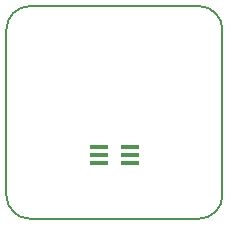
<source format=gbr>
G04 #@! TF.GenerationSoftware,KiCad,Pcbnew,5.0.1-33cea8e~68~ubuntu18.10.1*
G04 #@! TF.CreationDate,2018-11-26T23:36:25+02:00*
G04 #@! TF.ProjectId,BRK-SC-70-6,42524B2D53432D37302D362E6B696361,v1.0*
G04 #@! TF.SameCoordinates,Original*
G04 #@! TF.FileFunction,Paste,Top*
G04 #@! TF.FilePolarity,Positive*
%FSLAX46Y46*%
G04 Gerber Fmt 4.6, Leading zero omitted, Abs format (unit mm)*
G04 Created by KiCad (PCBNEW 5.0.1-33cea8e~68~ubuntu18.10.1) date ma 26. marraskuuta 2018 23.36.25*
%MOMM*%
%LPD*%
G01*
G04 APERTURE LIST*
%ADD10C,0.150000*%
%ADD11R,1.500000X0.400000*%
G04 APERTURE END LIST*
D10*
X52000000Y-68000000D02*
G75*
G02X50000000Y-66000000I0J2000000D01*
G01*
X68300000Y-66000000D02*
G75*
G02X66300000Y-68000000I-2000000J0D01*
G01*
X66300000Y-50000000D02*
G75*
G02X68300000Y-52000000I0J-2000000D01*
G01*
X50000000Y-52000000D02*
G75*
G02X52000000Y-50000000I2000000J0D01*
G01*
X66300000Y-68000000D02*
X52000000Y-68000000D01*
X68300000Y-52000000D02*
X68300000Y-66000000D01*
X52000000Y-50000000D02*
X66300000Y-50000000D01*
X50000000Y-66000000D02*
X50000000Y-52000000D01*
D11*
G04 #@! TO.C,U1*
X57820000Y-61950000D03*
X57820000Y-62600000D03*
X57820000Y-63250000D03*
X60480000Y-63250000D03*
X60480000Y-62600000D03*
X60480000Y-61950000D03*
G04 #@! TD*
M02*

</source>
